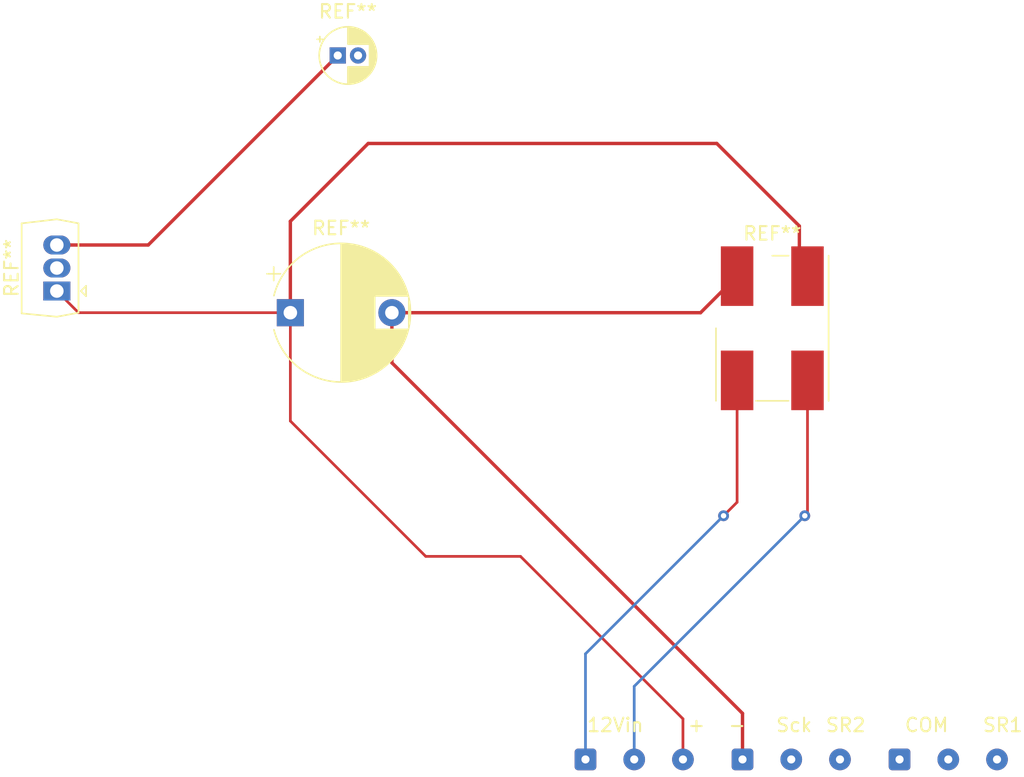
<source format=kicad_pcb>
(kicad_pcb (version 20211014) (generator pcbnew)
  (layers (0 "F.Cu" signal) (31 "B.Cu" signal) (34 "B.Paste" user) (35 "F.Paste" user) (36 "B.SilkS" user "B.Silkscreen") (37 "F.SilkS" user "F.Silkscreen") (38 "B.Mask" user) (39 "F.Mask" user) (44 "Edge.Cuts" user))
  (net 0 "")
  (footprint "Connector_Wire:SolderWire-0.1sqmm_1x03_P3.6mm_D0.4mm_OD1mm" (layer "F.Cu") (at 142.8 161)
    (fp_text reference "12Vin" (at 2.2 -2.54) (layer "F.SilkS"))
    (fp_text value "SolderWire-0.1sqmm_1x03_P3.6mm_D0.4mm_OD1mm" hide)
    (fp_text user "+" (at 8.2 -2.54 unlocked) (layer "F.SilkS"))
    (pad "1" thru_hole roundrect (at 0 0) (size 1.6 1.6) (drill 0.6) (layers *.Cu *.Mask) (roundrect_rratio 0.15625))
    (pad "2" thru_hole circle (at 3.6 0) (size 1.6 1.6) (drill 0.6) (layers *.Cu *.Mask))
    (pad "3" thru_hole circle (at 7.2 0) (size 1.6 1.6) (drill 0.6) (layers *.Cu *.Mask))
  )
  (footprint "Connector_Wire:SolderWire-0.1sqmm_1x03_P3.6mm_D0.4mm_OD1mm" (layer "F.Cu") (at 166 161)
    (fp_text reference "COM" (at 2 -2.54) (layer "F.SilkS"))
    (fp_text value "SolderWire-0.1sqmm_1x03_P3.6mm_D0.4mm_OD1mm" hide)
    (fp_text user "SR1" (at 7.62 -2.54 unlocked) (layer "F.SilkS"))
    (pad "1" thru_hole roundrect (at 0 0) (size 1.6 1.6) (drill 0.6) (layers *.Cu *.Mask) (roundrect_rratio 0.15625))
    (pad "2" thru_hole circle (at 3.6 0) (size 1.6 1.6) (drill 0.6) (layers *.Cu *.Mask))
    (pad "3" thru_hole circle (at 7.2 0) (size 1.6 1.6) (drill 0.6) (layers *.Cu *.Mask))
  )
  (footprint "Capacitor_THT:CP_Radial_D10.0mm_P7.50mm" (layer "F.Cu") (at 121 128)
    (fp_text reference "REF**" (at 3.75 -6.25) (layer "F.SilkS"))
    (fp_text value "CP_Radial_D10.0mm_P7.50mm")
    (fp_line (start 8.031 1.241) (end 8.031 2.77) (layer "F.SilkS") (width 0.12))
    (fp_line (start 6.071 -4.525) (end 6.071 4.525) (layer "F.SilkS") (width 0.12))
    (fp_line (start 4.43 -5.035) (end 4.43 5.035) (layer "F.SilkS") (width 0.12))
    (fp_line (start 6.231 -4.44) (end 6.231 4.44) (layer "F.SilkS") (width 0.12))
    (fp_line (start 4.791 -4.974) (end 4.791 4.974) (layer "F.SilkS") (width 0.12))
    (fp_line (start 6.151 -4.483) (end 6.151 4.483) (layer "F.SilkS") (width 0.12))
    (fp_line (start 6.631 1.241) (end 6.631 4.194) (layer "F.SilkS") (width 0.12))
    (fp_line (start 4.471 -5.03) (end 4.471 5.03) (layer "F.SilkS") (width 0.12))
    (fp_line (start 8.831 -0.599) (end 8.831 0.599) (layer "F.SilkS") (width 0.12))
    (fp_line (start 6.791 1.241) (end 6.791 4.08) (layer "F.SilkS") (width 0.12))
    (fp_line (start 7.151 -3.789) (end 7.151 -1.241) (layer "F.SilkS") (width 0.12))
    (fp_line (start 5.951 -4.584) (end 5.951 4.584) (layer "F.SilkS") (width 0.12))
    (fp_line (start 8.591 1.241) (end 8.591 1.63) (layer "F.SilkS") (width 0.12))
    (fp_line (start 6.551 1.241) (end 6.551 4.247) (layer "F.SilkS") (width 0.12))
    (fp_line (start 8.151 -2.579) (end 8.151 -1.241) (layer "F.SilkS") (width 0.12))
    (fp_line (start 6.631 -4.194) (end 6.631 -1.241) (layer "F.SilkS") (width 0.12))
    (fp_line (start 7.351 -3.601) (end 7.351 -1.241) (layer "F.SilkS") (width 0.12))
    (fp_line (start 7.311 1.241) (end 7.311 3.64) (layer "F.SilkS") (width 0.12))
    (fp_line (start 4.951 -4.938) (end 4.951 4.938) (layer "F.SilkS") (width 0.12))
    (fp_line (start 6.991 -3.925) (end 6.991 -1.241) (layer "F.SilkS") (width 0.12))
    (fp_line (start 6.391 -4.347) (end 6.391 -1.241) (layer "F.SilkS") (width 0.12))
    (fp_line (start -1.229646 -3.375) (end -1.229646 -2.375) (layer "F.SilkS") (width 0.12))
    (fp_line (start 6.191 -4.462) (end 6.191 4.462) (layer "F.SilkS") (width 0.12))
    (fp_line (start 8.111 -2.645) (end 8.111 -1.241) (layer "F.SilkS") (width 0.12))
    (fp_line (start 5.471 -4.783) (end 5.471 4.783) (layer "F.SilkS") (width 0.12))
    (fp_line (start 8.231 1.241) (end 8.231 2.439) (layer "F.SilkS") (width 0.12))
    (fp_line (start 8.631 1.241) (end 8.631 1.51) (layer "F.SilkS") (width 0.12))
    (fp_line (start 5.271 -4.85) (end 5.271 4.85) (layer "F.SilkS") (width 0.12))
    (fp_line (start 7.111 1.241) (end 7.111 3.824) (layer "F.SilkS") (width 0.12))
    (fp_line (start 4.831 -4.965) (end 4.831 4.965) (layer "F.SilkS") (width 0.12))
    (fp_line (start 7.591 1.241) (end 7.591 3.347) (layer "F.SilkS") (width 0.12))
    (fp_line (start 7.911 -2.945) (end 7.911 -1.241) (layer "F.SilkS") (width 0.12))
    (fp_line (start 8.511 -1.846) (end 8.511 -1.241) (layer "F.SilkS") (width 0.12))
    (fp_line (start 5.431 -4.797) (end 5.431 4.797) (layer "F.SilkS") (width 0.12))
    (fp_line (start 7.271 1.241) (end 7.271 3.679) (layer "F.SilkS") (width 0.12))
    (fp_line (start 7.551 -3.392) (end 7.551 -1.241) (layer "F.SilkS") (width 0.12))
    (fp_line (start 4.19 -5.062) (end 4.19 5.062) (layer "F.SilkS") (width 0.12))
    (fp_line (start 4.751 -4.982) (end 4.751 4.982) (layer "F.SilkS") (width 0.12))
    (fp_line (start 6.471 -4.298) (end 6.471 -1.241) (layer "F.SilkS") (width 0.12))
    (fp_line (start 8.791 -0.862) (end 8.791 0.862) (layer "F.SilkS") (width 0.12))
    (fp_line (start 3.87 -5.079) (end 3.87 5.079) (layer "F.SilkS") (width 0.12))
    (fp_line (start 8.431 1.241) (end 8.431 2.037) (layer "F.SilkS") (width 0.12))
    (fp_line (start 5.911 -4.603) (end 5.911 4.603) (layer "F.SilkS") (width 0.12))
    (fp_line (start 8.351 1.241) (end 8.351 2.209) (layer "F.SilkS") (width 0.12))
    (fp_line (start 3.99 -5.075) (end 3.99 5.075) (layer "F.SilkS") (width 0.12))
    (fp_line (start 5.591 -4.738) (end 5.591 4.738) (layer "F.SilkS") (width 0.12))
    (fp_line (start 6.471 1.241) (end 6.471 4.298) (layer "F.SilkS") (width 0.12))
    (fp_line (start 7.631 -3.301) (end 7.631 -1.241) (layer "F.SilkS") (width 0.12))
    (fp_line (start 8.191 -2.51) (end 8.191 -1.241) (layer "F.SilkS") (width 0.12))
    (fp_line (start 7.271 -3.679) (end 7.271 -1.241) (layer "F.SilkS") (width 0.12))
    (fp_line (start 8.031 -2.77) (end 8.031 -1.241) (layer "F.SilkS") (width 0.12))
    (fp_line (start 6.951 1.241) (end 6.951 3.957) (layer "F.SilkS") (width 0.12))
    (fp_line (start 4.23 -5.058) (end 4.23 5.058) (layer "F.SilkS") (width 0.12))
    (fp_line (start 7.671 1.241) (end 7.671 3.254) (layer "F.SilkS") (width 0.12))
    (fp_line (start 6.831 -4.05) (end 6.831 -1.241) (layer "F.SilkS") (width 0.12))
    (fp_line (start 7.991 1.241) (end 7.991 2.83) (layer "F.SilkS") (width 0.12))
    (fp_line (start 7.951 1.241) (end 7.951 2.889) (layer "F.SilkS") (width 0.12))
    (fp_line (start 7.591 -3.347) (end 7.591 -1.241) (layer "F.SilkS") (width 0.12))
    (fp_line (start 6.711 -4.138) (end 6.711 -1.241) (layer "F.SilkS") (width 0.12))
    (fp_line (start 5.191 -4.874) (end 5.191 4.874) (layer "F.SilkS") (width 0.12))
    (fp_line (start 6.511 1.241) (end 6.511 4.273) (layer "F.SilkS") (width 0.12))
    (fp_line (start 3.91 -5.078) (end 3.91 5.078) (layer "F.SilkS") (width 0.12))
    (fp_line (start 6.431 -4.323) (end 6.431 -1.241) (layer "F.SilkS") (width 0.12))
    (fp_line (start 7.071 1.241) (end 7.071 3.858) (layer "F.SilkS") (width 0.12))
    (fp_line (start 4.11 -5.068) (end 4.11 5.068) (layer "F.SilkS") (width 0.12))
    (fp_line (start 4.35 -5.045) (end 4.35 5.045) (layer "F.SilkS") (width 0.12))
    (fp_line (start 6.871 -4.02) (end 6.871 -1.241) (layer "F.SilkS") (width 0.12))
    (fp_line (start 6.711 1.241) (end 6.711 4.138) (layer "F.SilkS") (width 0.12))
    (fp_line (start 6.271 -4.417) (end 6.271 -1.241) (layer "F.SilkS") (width 0.12))
    (fp_line (start 5.791 -4.657) (end 5.791 4.657) (layer "F.SilkS") (width 0.12))
    (fp_line (start 7.511 1.241) (end 7.511 3.436) (layer "F.SilkS") (width 0.12))
    (fp_line (start 8.231 -2.439) (end 8.231 -1.241) (layer "F.SilkS") (width 0.12))
    (fp_line (start 5.071 -4.907) (end 5.071 4.907) (layer "F.SilkS") (width 0.12))
    (fp_line (start 7.751 -3.156) (end 7.751 -1.241) (layer "F.SilkS") (width 0.12))
    (fp_line (start 5.831 -4.639) (end 5.831 4.639) (layer "F.SilkS") (width 0.12))
    (fp_line (start 8.391 -2.125) (end 8.391 -1.241) (layer "F.SilkS") (width 0.12))
    (fp_line (start 8.671 1.241) (end 8.671 1.378) (layer "F.SilkS") (width 0.12))
    (fp_line (start 7.431 1.241) (end 7.431 3.52) (layer "F.SilkS") (width 0.12))
    (fp_line (start 5.711 -4.69) (end 5.711 4.69) (layer "F.SilkS") (width 0.12))
    (fp_line (start 6.911 1.241) (end 6.911 3.989) (layer "F.SilkS") (width 0.12))
    (fp_line (start 6.671 -4.166) (end 6.671 -1.241) (layer "F.SilkS") (width 0.12))
    (fp_line (start 8.471 -1.944) (end 8.471 -1.241) (layer "F.SilkS") (width 0.12))
    (fp_line (start 8.071 1.241) (end 8.071 2.709) (layer "F.SilkS") (width 0.12))
    (fp_line (start 7.711 -3.206) (end 7.711 -1.241) (layer "F.SilkS") (width 0.12))
    (fp_line (start 7.831 -3.054) (end 7.831 -1.241) (layer "F.SilkS") (width 0.12))
    (fp_line (start 8.271 1.241) (end 8.271 2.365) (layer "F.SilkS") (width 0.12))
    (fp_line (start 6.111 -4.504) (end 6.111 4.504) (layer "F.SilkS") (width 0.12))
    (fp_line (start 8.391 1.241) (end 8.391 2.125) (layer "F.SilkS") (width 0.12))
    (fp_line (start 6.951 -3.957) (end 6.951 -1.241) (layer "F.SilkS") (width 0.12))
    (fp_line (start 7.151 1.241) (end 7.151 3.789) (layer "F.SilkS") (width 0.12))
    (fp_line (start 5.351 -4.824) (end 5.351 4.824) (layer "F.SilkS") (width 0.12))
    (fp_line (start 8.151 1.241) (end 8.151 2.579) (layer "F.SilkS") (width 0.12))
    (fp_line (start 4.871 -4.956) (end 4.871 4.956) (layer "F.SilkS") (width 0.12))
    (fp_line (start 7.231 -3.716) (end 7.231 -1.241) (layer "F.SilkS") (width 0.12))
    (fp_line (start 6.551 -4.247) (end 6.551 -1.241) (layer "F.SilkS") (width 0.12))
    (fp_line (start 7.951 -2.889) (end 7.951 -1.241) (layer "F.SilkS") (width 0.12))
    (fp_line (start 4.03 -5.073) (end 4.03 5.073) (layer "F.SilkS") (width 0.12))
    (fp_line (start 4.631 -5.004) (end 4.631 5.004) (layer "F.SilkS") (width 0.12))
    (fp_line (start 7.471 -3.478) (end 7.471 -1.241) (layer "F.SilkS") (width 0.12))
    (fp_line (start 6.671 1.241) (end 6.671 4.166) (layer "F.SilkS") (width 0.12))
    (fp_line (start 8.191 1.241) (end 8.191 2.51) (layer "F.SilkS") (width 0.12))
    (fp_line (start 6.591 1.241) (end 6.591 4.221) (layer "F.SilkS") (width 0.12))
    (fp_line (start 6.791 -4.08) (end 6.791 -1.241) (layer "F.SilkS") (width 0.12))
    (fp_line (start 6.351 1.241) (end 6.351 4.371) (layer "F.SilkS") (width 0.12))
    (fp_line (start 5.751 -4.674) (end 5.751 4.674) (layer "F.SilkS") (width 0.12))
    (fp_line (start 8.351 -2.209) (end 8.351 -1.241) (layer "F.SilkS") (width 0.12))
    (fp_line (start 7.311 -3.64) (end 7.311 -1.241) (layer "F.SilkS") (width 0.12))
    (fp_line (start 7.191 -3.753) (end 7.191 -1.241) (layer "F.SilkS") (width 0.12))
    (fp_line (start 7.791 1.241) (end 7.791 3.106) (layer "F.SilkS") (width 0.12))
    (fp_line (start 6.591 -4.221) (end 6.591 -1.241) (layer "F.SilkS") (width 0.12))
    (fp_line (start 7.111 -3.824) (end 7.111 -1.241) (layer "F.SilkS") (width 0.12))
    (fp_line (start 4.39 -5.04) (end 4.39 5.04) (layer "F.SilkS") (width 0.12))
    (fp_line (start 7.711 1.241) (end 7.711 3.206) (layer "F.SilkS") (width 0.12))
    (fp_line (start 5.111 -4.897) (end 5.111 4.897) (layer "F.SilkS") (width 0.12))
    (fp_line (start 7.031 -3.892) (end 7.031 -1.241) (layer "F.SilkS") (width 0.12))
    (fp_line (start 4.551 -5.018) (end 4.551 5.018) (layer "F.SilkS") (width 0.12))
    (fp_line (start 7.351 1.241) (end 7.351 3.601) (layer "F.SilkS") (width 0.12))
    (fp_line (start 5.671 -4.707) (end 5.671 4.707) (layer "F.SilkS") (width 0.12))
    (fp_line (start 4.27 -5.054) (end 4.27 5.054) (layer "F.SilkS") (width 0.12))
    (fp_line (start 4.671 -4.997) (end 4.671 4.997) (layer "F.SilkS") (width 0.12))
    (fp_line (start 4.15 -5.065) (end 4.15 5.065) (layer "F.SilkS") (width 0.12))
    (fp_line (start 8.671 -1.378) (end 8.671 -1.241) (layer "F.SilkS") (width 0.12))
    (fp_line (start 6.031 -4.545) (end 6.031 4.545) (layer "F.SilkS") (width 0.12))
    (fp_line (start 5.631 -4.723) (end 5.631 4.723) (layer "F.SilkS") (width 0.12))
    (fp_line (start 8.471 1.241) (end 8.471 1.944) (layer "F.SilkS") (width 0.12))
    (fp_line (start 7.391 1.241) (end 7.391 3.561) (layer "F.SilkS") (width 0.12))
    (fp_line (start 6.751 1.241) (end 6.751 4.11) (layer "F.SilkS") (width 0.12))
    (fp_line (start 5.231 -4.862) (end 5.231 4.862) (layer "F.SilkS") (width 0.12))
    (fp_line (start 7.991 -2.83) (end 7.991 -1.241) (layer "F.SilkS") (width 0.12))
    (fp_line (start 7.631 1.241) (end 7.631 3.301) (layer "F.SilkS") (width 0.12))
    (fp_line (start 8.311 -2.289) (end 8.311 -1.241) (layer "F.SilkS") (width 0.12))
    (fp_line (start 8.551 -1.742) (end 8.551 -1.241) (layer "F.SilkS") (width 0.12))
    (fp_line (start 6.751 -4.11) (end 6.751 -1.241) (layer "F.SilkS") (width 0.12))
    (fp_line (start 8.111 1.241) (end 8.111 2.645) (layer "F.SilkS") (width 0.12))
    (fp_line (start 7.671 -3.254) (end 7.671 -1.241) (layer "F.SilkS") (width 0.12))
    (fp_line (start 4.591 -5.011) (end 4.591 5.011) (layer "F.SilkS") (width 0.12))
    (fp_line (start 6.871 1.241) (end 6.871 4.02) (layer "F.SilkS") (width 0.12))
    (fp_line (start 8.431 -2.037) (end 8.431 -1.241) (layer "F.SilkS") (width 0.12))
    (fp_line (start 6.991 1.241) (end 6.991 3.925) (layer "F.SilkS") (width 0.12))
    (fp_line (start 4.511 -5.024) (end 4.511 5.024) (layer "F.SilkS") (width 0.12))
    (fp_line (start 7.391 -3.561) (end 7.391 -1.241) (layer "F.SilkS") (width 0.12))
    (fp_line (start 7.191 1.241) (end 7.191 3.753) (layer "F.SilkS") (width 0.12))
    (fp_line (start 3.75 -5.08) (end 3.75 5.08) (layer "F.SilkS") (width 0.12))
    (fp_line (start 4.911 -4.947) (end 4.911 4.947) (layer "F.SilkS") (width 0.12))
    (fp_line (start 5.151 -4.885) (end 5.151 4.885) (layer "F.SilkS") (width 0.12))
    (fp_line (start 7.831 1.241) (end 7.831 3.054) (layer "F.SilkS") (width 0.12))
    (fp_line (start 8.591 -1.63) (end 8.591 -1.241) (layer "F.SilkS") (width 0.12))
    (fp_line (start 5.991 -4.564) (end 5.991 4.564) (layer "F.SilkS") (width 0.12))
    (fp_line (start 5.391 -4.811) (end 5.391 4.811) (layer "F.SilkS") (width 0.12))
    (fp_line (start 7.431 -3.52) (end 7.431 -1.241) (layer "F.SilkS") (width 0.12))
    (fp_line (start 6.391 1.241) (end 6.391 4.347) (layer "F.SilkS") (width 0.12))
    (fp_line (start 8.511 1.241) (end 8.511 1.846) (layer "F.SilkS") (width 0.12))
    (fp_line (start 4.07 -5.07) (end 4.07 5.07) (layer "F.SilkS") (width 0.12))
    (fp_line (start 7.751 1.241) (end 7.751 3.156) (layer "F.SilkS") (width 0.12))
    (fp_line (start 8.311 1.241) (end 8.311 2.289) (layer "F.SilkS") (width 0.12))
    (fp_line (start 4.711 -4.99) (end 4.711 4.99) (layer "F.SilkS") (width 0.12))
    (fp_line (start 5.031 -4.918) (end 5.031 4.918) (layer "F.SilkS") (width 0.12))
    (fp_line (start 3.79 -5.08) (end 3.79 5.08) (layer "F.SilkS") (width 0.12))
    (fp_line (start 7.871 1.241) (end 7.871 3) (layer "F.SilkS") (width 0.12))
    (fp_line (start 5.871 -4.621) (end 5.871 4.621) (layer "F.SilkS") (width 0.12))
    (fp_line (start 6.311 1.241) (end 6.311 4.395) (layer "F.SilkS") (width 0.12))
    (fp_line (start 7.551 1.241) (end 7.551 3.392) (layer "F.SilkS") (width 0.12))
    (fp_line (start 6.271 1.241) (end 6.271 4.417) (layer "F.SilkS") (width 0.12))
    (fp_line (start 7.871 -3) (end 7.871 -1.241) (layer "F.SilkS") (width 0.12))
    (fp_line (start 3.83 -5.08) (end 3.83 5.08) (layer "F.SilkS") (width 0.12))
    (fp_line (start 8.751 -1.062) (end 8.751 1.062) (layer "F.SilkS") (width 0.12))
    (fp_line (start 8.071 -2.709) (end 8.071 -1.241) (layer "F.SilkS") (width 0.12))
    (fp_line (start 7.511 -3.436) (end 7.511 -1.241) (layer "F.SilkS") (width 0.12))
    (fp_line (start 3.95 -5.077) (end 3.95 5.077) (layer "F.SilkS") (width 0.12))
    (fp_line (start 7.231 1.241) (end 7.231 3.716) (layer "F.SilkS") (width 0.12))
    (fp_line (start 7.911 1.241) (end 7.911 2.945) (layer "F.SilkS") (width 0.12))
    (fp_line (start 7.791 -3.106) (end 7.791 -1.241) (layer "F.SilkS") (width 0.12))
    (fp_line (start 7.071 -3.858) (end 7.071 -1.241) (layer "F.SilkS") (width 0.12))
    (fp_line (start 4.31 -5.05) (end 4.31 5.05) (layer "F.SilkS") (width 0.12))
    (fp_line (start 8.271 -2.365) (end 8.271 -1.241) (layer "F.SilkS") (width 0.12))
    (fp_line (start 6.311 -4.395) (end 6.311 -1.241) (layer "F.SilkS") (width 0.12))
    (fp_line (start 7.031 1.241) (end 7.031 3.892) (layer "F.SilkS") (width 0.12))
    (fp_line (start 4.991 -4.928) (end 4.991 4.928) (layer "F.SilkS") (width 0.12))
    (fp_line (start 6.431 1.241) (end 6.431 4.323) (layer "F.SilkS") (width 0.12))
    (fp_line (start 6.511 -4.273) (end 6.511 -1.241) (layer "F.SilkS") (width 0.12))
    (fp_line (start 6.831 1.241) (end 6.831 4.05) (layer "F.SilkS") (width 0.12))
    (fp_line (start 5.551 -4.754) (end 5.551 4.754) (layer "F.SilkS") (width 0.12))
    (fp_line (start 5.311 -4.837) (end 5.311 4.837) (layer "F.SilkS") (width 0.12))
    (fp_line (start 6.911 -3.989) (end 6.911 -1.241) (layer "F.SilkS") (width 0.12))
    (fp_line (start -1.729646 -2.875) (end -0.729646 -2.875) (layer "F.SilkS") (width 0.12))
    (fp_line (start 6.351 -4.371) (end 6.351 -1.241) (layer "F.SilkS") (width 0.12))
    (fp_line (start 8.551 1.241) (end 8.551 1.742) (layer "F.SilkS") (width 0.12))
    (fp_line (start 5.511 -4.768) (end 5.511 4.768) (layer "F.SilkS") (width 0.12))
    (fp_line (start 7.471 1.241) (end 7.471 3.478) (layer "F.SilkS") (width 0.12))
    (fp_line (start 8.631 -1.51) (end 8.631 -1.241) (layer "F.SilkS") (width 0.12))
    (fp_arc (start -1.21254 -1.26) (mid 8.87 0) (end -1.21254 1.26) (layer "F.SilkS") (width 0.12))
    (pad "1" thru_hole rect (at 0 0) (size 2 2) (drill 1) (layers *.Cu *.Mask))
    (pad "2" thru_hole circle (at 7.5 0) (size 2 2) (drill 1) (layers *.Cu *.Mask))
  )
  (footprint "Capacitor_THT:CP_Radial_D4.0mm_P1.50mm" (layer "F.Cu") (at 124.5 109)
    (fp_text reference "REF**" (at 0.75 -3.25) (layer "F.SilkS"))
    (fp_text value "CP_Radial_D4.0mm_P1.50mm")
    (fp_line (start 2.071 -1.619) (end 2.071 -0.84) (layer "F.SilkS") (width 0.12))
    (fp_line (start 1.27 -2.016) (end 1.27 -0.84) (layer "F.SilkS") (width 0.12))
    (fp_line (start 0.87 -2.077) (end 0.87 -0.84) (layer "F.SilkS") (width 0.12))
    (fp_line (start 2.831 -0.37) (end 2.831 0.37) (layer "F.SilkS") (width 0.12))
    (fp_line (start -1.319801 -1.395) (end -1.319801 -0.995) (layer "F.SilkS") (width 0.12))
    (fp_line (start 2.671 -0.859) (end 2.671 0.859) (layer "F.SilkS") (width 0.12))
    (fp_line (start 1.11 -2.05) (end 1.11 -0.84) (layer "F.SilkS") (width 0.12))
    (fp_line (start 0.91 -2.074) (end 0.91 -0.84) (layer "F.SilkS") (width 0.12))
    (fp_line (start 1.15 -2.042) (end 1.15 -0.84) (layer "F.SilkS") (width 0.12))
    (fp_line (start 1.591 -1.907) (end 1.591 -0.84) (layer "F.SilkS") (width 0.12))
    (fp_line (start 1.35 -1.994) (end 1.35 -0.84) (layer "F.SilkS") (width 0.12))
    (fp_line (start 0.75 -2.08) (end 0.75 -0.84) (layer "F.SilkS") (width 0.12))
    (fp_line (start 1.751 -1.83) (end 1.751 -0.84) (layer "F.SilkS") (width 0.12))
    (fp_line (start 1.39 0.84) (end 1.39 1.982) (layer "F.SilkS") (width 0.12))
    (fp_line (start 1.39 -1.982) (end 1.39 -0.84) (layer "F.SilkS") (width 0.12))
    (fp_line (start 1.791 -1.808) (end 1.791 -0.84) (layer "F.SilkS") (width 0.12))
    (fp_line (start 1.791 0.84) (end 1.791 1.808) (layer "F.SilkS") (width 0.12))
    (fp_line (start 2.591 -1.013) (end 2.591 1.013) (layer "F.SilkS") (width 0.12))
    (fp_line (start 1.19 0.84) (end 1.19 2.034) (layer "F.SilkS") (width 0.12))
    (fp_line (start 1.11 0.84) (end 1.11 2.05) (layer "F.SilkS") (width 0.12))
    (fp_line (start 1.951 0.84) (end 1.951 1.708) (layer "F.SilkS") (width 0.12))
    (fp_line (start 1.911 0.84) (end 1.911 1.735) (layer "F.SilkS") (width 0.12))
    (fp_line (start 1.711 0.84) (end 1.711 1.851) (layer "F.SilkS") (width 0.12))
    (fp_line (start 2.271 0.84) (end 2.271 1.438) (layer "F.SilkS") (width 0.12))
    (fp_line (start 2.111 0.84) (end 2.111 1.587) (layer "F.SilkS") (width 0.12))
    (fp_line (start 1.07 -2.056) (end 1.07 -0.84) (layer "F.SilkS") (width 0.12))
    (fp_line (start 1.631 -1.889) (end 1.631 -0.84) (layer "F.SilkS") (width 0.12))
    (fp_line (start 2.431 -1.254) (end 2.431 1.254) (layer "F.SilkS") (width 0.12))
    (fp_line (start 0.83 0.84) (end 0.83 2.079) (layer "F.SilkS") (width 0.12))
    (fp_line (start 1.991 0.84) (end 1.991 1.68) (layer "F.SilkS") (width 0.12))
    (fp_line (start 1.871 -1.76) (end 1.871 -0.84) (layer "F.SilkS") (width 0.12))
    (fp_line (start 2.751 -0.664) (end 2.751 0.664) (layer "F.SilkS") (width 0.12))
    (fp_line (start 1.07 0.84) (end 1.07 2.056) (layer "F.SilkS") (width 0.12))
    (fp_line (start 1.471 0.84) (end 1.471 1.954) (layer "F.SilkS") (width 0.12))
    (fp_line (start 1.511 -1.94) (end 1.511 -0.84) (layer "F.SilkS") (width 0.12))
    (fp_line (start 0.99 -2.067) (end 0.99 -0.84) (layer "F.SilkS") (width 0.12))
    (fp_line (start 0.75 0.84) (end 0.75 2.08) (layer "F.SilkS") (width 0.12))
    (fp_line (start 2.191 -1.516) (end 2.191 -0.84) (layer "F.SilkS") (width 0.12))
    (fp_line (start 2.071 0.84) (end 2.071 1.619) (layer "F.SilkS") (width 0.12))
    (fp_line (start 2.151 0.84) (end 2.151 1.552) (layer "F.SilkS") (width 0.12))
    (fp_line (start 1.591 0.84) (end 1.591 1.907) (layer "F.SilkS") (width 0.12))
    (fp_line (start 1.831 0.84) (end 1.831 1.785) (layer "F.SilkS") (width 0.12))
    (fp_line (start 2.191 0.84) (end 2.191 1.516) (layer "F.SilkS") (width 0.12))
    (fp_line (start 2.631 -0.94) (end 2.631 0.94) (layer "F.SilkS") (width 0.12))
    (fp_line (start 1.31 0.84) (end 1.31 2.005) (layer "F.SilkS") (width 0.12))
    (fp_line (start 1.03 0.84) (end 1.03 2.062) (layer "F.SilkS") (width 0.12))
    (fp_line (start 1.911 -1.735) (end 1.911 -0.84) (layer "F.SilkS") (width 0.12))
    (fp_line (start 2.231 -1.478) (end 2.231 -0.84) (layer "F.SilkS") (width 0.12))
    (fp_line (start 1.751 0.84) (end 1.751 1.83) (layer "F.SilkS") (width 0.12))
    (fp_line (start 2.351 -1.351) (end 2.351 1.351) (layer "F.SilkS") (width 0.12))
    (fp_line (start 2.311 -1.396) (end 2.311 -0.84) (layer "F.SilkS") (width 0.12))
    (fp_line (start 0.95 -2.071) (end 0.95 -0.84) (layer "F.SilkS") (width 0.12))
    (fp_line (start 1.991 -1.68) (end 1.991 -0.84) (layer "F.SilkS") (width 0.12))
    (fp_line (start 1.23 -2.025) (end 1.23 -0.84) (layer "F.SilkS") (width 0.12))
    (fp_line (start 1.43 0.84) (end 1.43 1.968) (layer "F.SilkS") (width 0.12))
    (fp_line (start 1.15 0.84) (end 1.15 2.042) (layer "F.SilkS") (width 0.12))
    (fp_line (start 1.631 0.84) (end 1.631 1.889) (layer "F.SilkS") (width 0.12))
    (fp_line (start 1.551 -1.924) (end 1.551 -0.84) (layer "F.SilkS") (width 0.12))
    (fp_line (start 1.23 0.84) (end 1.23 2.025) (layer "F.SilkS") (width 0.12))
    (fp_line (start 0.79 0.84) (end 0.79 2.08) (layer "F.SilkS") (width 0.12))
    (fp_line (start 2.391 -1.304) (end 2.391 1.304) (layer "F.SilkS") (width 0.12))
    (fp_line (start 1.831 -1.785) (end 1.831 -0.84) (layer "F.SilkS") (width 0.12))
    (fp_line (start 2.311 0.84) (end 2.311 1.396) (layer "F.SilkS") (width 0.12))
    (fp_line (start 2.551 -1.08) (end 2.551 1.08) (layer "F.SilkS") (width 0.12))
    (fp_line (start 1.471 -1.954) (end 1.471 -0.84) (layer "F.SilkS") (width 0.12))
    (fp_line (start 2.231 0.84) (end 2.231 1.478) (layer "F.SilkS") (width 0.12))
    (fp_line (start 1.711 -1.851) (end 1.711 -0.84) (layer "F.SilkS") (width 0.12))
    (fp_line (start 1.951 -1.708) (end 1.951 -0.84) (layer "F.SilkS") (width 0.12))
    (fp_line (start 2.471 -1.2) (end 2.471 1.2) (layer "F.SilkS") (width 0.12))
    (fp_line (start 0.99 0.84) (end 0.99 2.067) (layer "F.SilkS") (width 0.12))
    (fp_line (start 0.83 -2.079) (end 0.83 -0.84) (layer "F.SilkS") (width 0.12))
    (fp_line (start 1.551 0.84) (end 1.551 1.924) (layer "F.SilkS") (width 0.12))
    (fp_line (start 1.671 -1.87) (end 1.671 -0.84) (layer "F.SilkS") (width 0.12))
    (fp_line (start 1.871 0.84) (end 1.871 1.76) (layer "F.SilkS") (width 0.12))
    (fp_line (start 1.35 0.84) (end 1.35 1.994) (layer "F.SilkS") (width 0.12))
    (fp_line (start 2.711 -0.768) (end 2.711 0.768) (layer "F.SilkS") (width 0.12))
    (fp_line (start 2.111 -1.587) (end 2.111 -0.84) (layer "F.SilkS") (width 0.12))
    (fp_line (start 1.511 0.84) (end 1.511 1.94) (layer "F.SilkS") (width 0.12))
    (fp_line (start 0.95 0.84) (end 0.95 2.071) (layer "F.SilkS") (width 0.12))
    (fp_line (start 1.03 -2.062) (end 1.03 -0.84) (layer "F.SilkS") (width 0.12))
    (fp_line (start 2.271 -1.438) (end 2.271 -0.84) (layer "F.SilkS") (width 0.12))
    (fp_line (start 2.511 -1.142) (end 2.511 1.142) (layer "F.SilkS") (width 0.12))
    (fp_line (start 2.791 -0.537) (end 2.791 0.537) (layer "F.SilkS") (width 0.12))
    (fp_line (start 2.151 -1.552) (end 2.151 -0.84) (layer "F.SilkS") (width 0.12))
    (fp_line (start 2.031 0.84) (end 2.031 1.65) (layer "F.SilkS") (width 0.12))
    (fp_line (start 1.43 -1.968) (end 1.43 -0.84) (layer "F.SilkS") (width 0.12))
    (fp_line (start 1.31 -2.005) (end 1.31 -0.84) (layer "F.SilkS") (width 0.12))
    (fp_line (start 1.671 0.84) (end 1.671 1.87) (layer "F.SilkS") (width 0.12))
    (fp_line (start 0.79 -2.08) (end 0.79 -0.84) (layer "F.SilkS") (width 0.12))
    (fp_line (start -1.519801 -1.195) (end -1.119801 -1.195) (layer "F.SilkS") (width 0.12))
    (fp_line (start 1.19 -2.034) (end 1.19 -0.84) (layer "F.SilkS") (width 0.12))
    (fp_line (start 2.031 -1.65) (end 2.031 -0.84) (layer "F.SilkS") (width 0.12))
    (fp_line (start 1.27 0.84) (end 1.27 2.016) (layer "F.SilkS") (width 0.12))
    (fp_line (start 0.87 0.84) (end 0.87 2.077) (layer "F.SilkS") (width 0.12))
    (fp_line (start 0.91 0.84) (end 0.91 2.074) (layer "F.SilkS") (width 0.12))
    (fp_circle (center 0.75 0) (end 2.87 0) (layer "F.SilkS") (width 0.12) (fill none))
    (pad "1" thru_hole rect (at 0 0) (size 1.2 1.2) (drill 0.6) (layers *.Cu *.Mask))
    (pad "2" thru_hole circle (at 1.5 0) (size 1.2 1.2) (drill 0.6) (layers *.Cu *.Mask))
  )
  (footprint "Package_TO_SOT_THT:NEC_Molded_7x4x9mm" (layer "F.Cu") (at 103.75 126.4 90)
    (fp_text reference "REF**" (at 1.7 -3.35 90) (layer "F.SilkS"))
    (fp_text value "NEC_Molded_7x4x9mm")
    (fp_line (start -1.65 -2.6) (end -1.9 0) (layer "F.SilkS") (width 0.12))
    (fp_line (start -0.381 2.159) (end 0.381 2.159) (layer "F.SilkS") (width 0.12))
    (fp_line (start 5 -2.6) (end -1.65 -2.6) (layer "F.SilkS") (width 0.12))
    (fp_line (start 0.381 2.159) (end 0 1.778) (layer "F.SilkS") (width 0.12))
    (fp_line (start 5.3 0) (end 5 -2.6) (layer "F.SilkS") (width 0.12))
    (fp_line (start 0 1.778) (end -0.381 2.159) (layer "F.SilkS") (width 0.12))
    (fp_line (start -1.9 0) (end -1.6 1.6) (layer "F.SilkS") (width 0.12))
    (fp_line (start 5 1.6) (end 5.3 0) (layer "F.SilkS") (width 0.12))
    (fp_line (start -1.6 1.6) (end 5 1.6) (layer "F.SilkS") (width 0.12))
    (pad "1" thru_hole rect (at 0 0 270) (size 1.4 2) (drill 1) (layers *.Cu *.Mask))
    (pad "2" thru_hole oval (at 1.7 0 270) (size 1.4 2) (drill 1) (layers *.Cu *.Mask))
    (pad "3" thru_hole oval (at 3.4 0 270) (size 1.4 2) (drill 1) (layers *.Cu *.Mask))
  )
  (footprint "Connector_Wire:SolderWire-0.1sqmm_1x03_P3.6mm_D0.4mm_OD1mm" (layer "F.Cu") (at 154.4 161)
    (fp_text reference "-" (at -0.4 -2.54) (layer "F.SilkS"))
    (fp_text value "SolderWire-0.1sqmm_1x03_P3.6mm_D0.4mm_OD1mm" hide)
    (fp_text user "Sck" (at 3.81 -2.54 unlocked) (layer "F.SilkS"))
    (fp_text user "SR2" (at 7.62 -2.54 unlocked) (layer "F.SilkS"))
    (pad "1" thru_hole roundrect (at 0 0) (size 1.6 1.6) (drill 0.6) (layers *.Cu *.Mask) (roundrect_rratio 0.15625))
    (pad "2" thru_hole circle (at 3.6 0) (size 1.6 1.6) (drill 0.6) (layers *.Cu *.Mask))
    (pad "3" thru_hole circle (at 7.2 0) (size 1.6 1.6) (drill 0.6) (layers *.Cu *.Mask))
  )
  (footprint "Diode_SMD:Diode_Bridge_Bourns_CD-DF4xxS" (layer "F.Cu") (at 156.6 129.15)
    (fp_text reference "REF**" (at 0 -7) (layer "F.SilkS"))
    (fp_text value "Diode_Bridge_Bourns_CD-DF4xxS")
    (fp_line (start -4.16 0) (end -4.16 5.36) (layer "F.SilkS") (width 0.12))
    (fp_line (start 0 -5.36) (end 1.2 -5.36) (layer "F.SilkS") (width 0.12))
    (fp_line (start 4.16 -5.36) (end 4.16 5.36) (layer "F.SilkS") (width 0.12))
    (fp_line (start -1.2 5.36) (end 1.2 5.36) (layer "F.SilkS") (width 0.12))
    (pad "1" smd rect (at -2.6 -3.85) (size 2.4 4.4) (layers "F.Cu" "F.Paste" "F.Mask"))
    (pad "2" smd rect (at -2.6 3.85) (size 2.4 4.4) (layers "F.Cu" "F.Paste" "F.Mask"))
    (pad "3" smd rect (at 2.6 3.85) (size 2.4 4.4) (layers "F.Cu" "F.Paste" "F.Mask"))
    (pad "4" smd rect (at 2.6 -3.85) (size 2.4 4.4) (layers "F.Cu" "F.Paste" "F.Mask"))
  )
  (segment (start 154.4 157.6) (end 154.4 161) (width 0.25) (layer "F.Cu") (net 0))
  (segment (start 150 158) (end 138 146) (width 0.2) (layer "F.Cu") (net 0))
  (segment (start 154 142) (end 154 133) (width 0.2) (layer "F.Cu") (net 0))
  (segment (start 138 146) (end 131 146) (width 0.2) (layer "F.Cu") (net 0))
  (segment (start 150 161) (end 150 158) (width 0.2) (layer "F.Cu") (net 0))
  (segment (start 158.6 121.6) (end 158.6 125.15) (width 0.25) (layer "F.Cu") (net 0))
  (segment (start 151.3 128) (end 154 125.3) (width 0.25) (layer "F.Cu") (net 0))
  (segment (start 121 121.25) (end 126.75 115.5) (width 0.25) (layer "F.Cu") (net 0))
  (segment (start 121 128) (end 105.35 128) (width 0.2) (layer "F.Cu") (net 0))
  (segment (start 121 128) (end 121 121.25) (width 0.25) (layer "F.Cu") (net 0))
  (segment (start 121 136) (end 121 128) (width 0.2) (layer "F.Cu") (net 0))
  (segment (start 105.35 128) (end 103.75 126.4) (width 0.2) (layer "F.Cu") (net 0))
  (segment (start 131 146) (end 121 136) (width 0.2) (layer "F.Cu") (net 0))
  (segment (start 159 143) (end 159.2 142.8) (width 0.2) (layer "F.Cu") (net 0))
  (segment (start 152.5 115.5) (end 158.6 121.6) (width 0.25) (layer "F.Cu") (net 0))
  (segment (start 103.75 123) (end 110.5 123) (width 0.25) (layer "F.Cu") (net 0))
  (segment (start 159.2 142.8) (end 159.2 133) (width 0.2) (layer "F.Cu") (net 0))
  (segment (start 128.5 128) (end 151.3 128) (width 0.25) (layer "F.Cu") (net 0))
  (segment (start 110.5 123) (end 124.5 109) (width 0.25) (layer "F.Cu") (net 0))
  (segment (start 126.75 115.5) (end 152.5 115.5) (width 0.25) (layer "F.Cu") (net 0))
  (segment (start 154.4 157.6) (end 128.5 131.7) (width 0.25) (layer "F.Cu") (net 0))
  (segment (start 143 160.8) (end 142.8 161) (width 0.2) (layer "F.Cu") (net 0))
  (segment (start 153 143) (end 154 142) (width 0.2) (layer "F.Cu") (net 0))
  (segment (start 128.5 131.7) (end 128.5 128) (width 0.25) (layer "F.Cu") (net 0))
  (via (at 153 143) (size 0.8) (drill 0.4) (layers "F.Cu" "B.Cu") (net 0))
  (via (at 159 143) (size 0.8) (drill 0.4) (layers "F.Cu" "B.Cu") (net 0))
  (segment (start 142.8 161) (end 142.8 153.2) (width 0.2) (layer "B.Cu") (net 0))
  (segment (start 146.4 161) (end 146.4 155.6) (width 0.2) (layer "B.Cu") (net 0))
  (segment (start 142.8 153.2) (end 153 143) (width 0.2) (layer "B.Cu") (net 0))
  (segment (start 146.4 155.6) (end 159 143) (width 0.2) (layer "B.Cu") (net 0))
)
</source>
